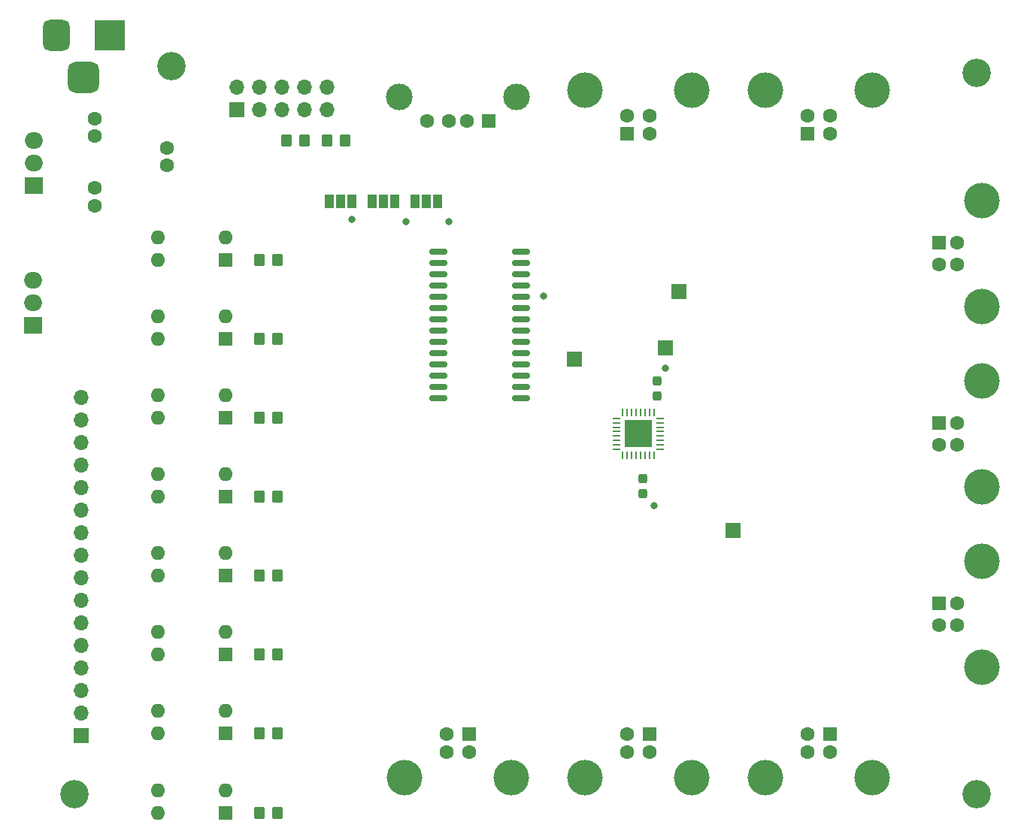
<source format=gbr>
%TF.GenerationSoftware,KiCad,Pcbnew,(6.0.4)*%
%TF.CreationDate,2022-11-01T18:45:11-05:00*%
%TF.ProjectId,RaspPi_RemoteClusterController,52617370-5069-45f5-9265-6d6f7465436c,rev?*%
%TF.SameCoordinates,Original*%
%TF.FileFunction,Soldermask,Top*%
%TF.FilePolarity,Negative*%
%FSLAX46Y46*%
G04 Gerber Fmt 4.6, Leading zero omitted, Abs format (unit mm)*
G04 Created by KiCad (PCBNEW (6.0.4)) date 2022-11-01 18:45:11*
%MOMM*%
%LPD*%
G01*
G04 APERTURE LIST*
G04 Aperture macros list*
%AMRoundRect*
0 Rectangle with rounded corners*
0 $1 Rounding radius*
0 $2 $3 $4 $5 $6 $7 $8 $9 X,Y pos of 4 corners*
0 Add a 4 corners polygon primitive as box body*
4,1,4,$2,$3,$4,$5,$6,$7,$8,$9,$2,$3,0*
0 Add four circle primitives for the rounded corners*
1,1,$1+$1,$2,$3*
1,1,$1+$1,$4,$5*
1,1,$1+$1,$6,$7*
1,1,$1+$1,$8,$9*
0 Add four rect primitives between the rounded corners*
20,1,$1+$1,$2,$3,$4,$5,0*
20,1,$1+$1,$4,$5,$6,$7,0*
20,1,$1+$1,$6,$7,$8,$9,0*
20,1,$1+$1,$8,$9,$2,$3,0*%
%AMFreePoly0*
4,1,14,0.340806,0.106694,0.394194,0.053306,0.412500,0.009112,0.412500,-0.062500,0.394194,-0.106694,0.350000,-0.125000,-0.350000,-0.125000,-0.394194,-0.106694,-0.412500,-0.062500,-0.412500,0.062500,-0.394194,0.106694,-0.350000,0.125000,0.296612,0.125000,0.340806,0.106694,0.340806,0.106694,$1*%
%AMFreePoly1*
4,1,14,0.394194,0.106694,0.412500,0.062500,0.412500,-0.009112,0.394194,-0.053306,0.340806,-0.106694,0.296612,-0.125000,-0.350000,-0.125000,-0.394194,-0.106694,-0.412500,-0.062500,-0.412500,0.062500,-0.394194,0.106694,-0.350000,0.125000,0.350000,0.125000,0.394194,0.106694,0.394194,0.106694,$1*%
%AMFreePoly2*
4,1,14,0.106694,0.394194,0.125000,0.350000,0.125000,-0.350000,0.106694,-0.394194,0.062500,-0.412500,-0.062500,-0.412500,-0.106694,-0.394194,-0.125000,-0.350000,-0.125000,0.296612,-0.106694,0.340806,-0.053306,0.394194,-0.009112,0.412500,0.062500,0.412500,0.106694,0.394194,0.106694,0.394194,$1*%
%AMFreePoly3*
4,1,14,0.053306,0.394194,0.106694,0.340806,0.125000,0.296612,0.125000,-0.350000,0.106694,-0.394194,0.062500,-0.412500,-0.062500,-0.412500,-0.106694,-0.394194,-0.125000,-0.350000,-0.125000,0.350000,-0.106694,0.394194,-0.062500,0.412500,0.009112,0.412500,0.053306,0.394194,0.053306,0.394194,$1*%
%AMFreePoly4*
4,1,14,0.394194,0.106694,0.412500,0.062500,0.412500,-0.062500,0.394194,-0.106694,0.350000,-0.125000,-0.296612,-0.125000,-0.340806,-0.106694,-0.394194,-0.053306,-0.412500,-0.009112,-0.412500,0.062500,-0.394194,0.106694,-0.350000,0.125000,0.350000,0.125000,0.394194,0.106694,0.394194,0.106694,$1*%
%AMFreePoly5*
4,1,14,0.394194,0.106694,0.412500,0.062500,0.412500,-0.062500,0.394194,-0.106694,0.350000,-0.125000,-0.350000,-0.125000,-0.394194,-0.106694,-0.412500,-0.062500,-0.412500,0.009112,-0.394194,0.053306,-0.340806,0.106694,-0.296612,0.125000,0.350000,0.125000,0.394194,0.106694,0.394194,0.106694,$1*%
%AMFreePoly6*
4,1,14,0.106694,0.394194,0.125000,0.350000,0.125000,-0.296612,0.106694,-0.340806,0.053306,-0.394194,0.009112,-0.412500,-0.062500,-0.412500,-0.106694,-0.394194,-0.125000,-0.350000,-0.125000,0.350000,-0.106694,0.394194,-0.062500,0.412500,0.062500,0.412500,0.106694,0.394194,0.106694,0.394194,$1*%
%AMFreePoly7*
4,1,14,0.106694,0.394194,0.125000,0.350000,0.125000,-0.350000,0.106694,-0.394194,0.062500,-0.412500,-0.009112,-0.412500,-0.053306,-0.394194,-0.106694,-0.340806,-0.125000,-0.296612,-0.125000,0.350000,-0.106694,0.394194,-0.062500,0.412500,0.062500,0.412500,0.106694,0.394194,0.106694,0.394194,$1*%
G04 Aperture macros list end*
%ADD10C,1.600000*%
%ADD11R,1.600000X1.600000*%
%ADD12C,4.000000*%
%ADD13O,1.600000X1.600000*%
%ADD14R,1.700000X1.700000*%
%ADD15RoundRect,0.250000X0.350000X0.450000X-0.350000X0.450000X-0.350000X-0.450000X0.350000X-0.450000X0*%
%ADD16C,3.200000*%
%ADD17RoundRect,0.237500X0.237500X-0.300000X0.237500X0.300000X-0.237500X0.300000X-0.237500X-0.300000X0*%
%ADD18O,1.700000X1.700000*%
%ADD19RoundRect,0.250000X-0.350000X-0.450000X0.350000X-0.450000X0.350000X0.450000X-0.350000X0.450000X0*%
%ADD20R,1.000000X1.500000*%
%ADD21R,2.000000X1.905000*%
%ADD22O,2.000000X1.905000*%
%ADD23R,1.600000X1.500000*%
%ADD24C,3.000000*%
%ADD25FreePoly0,270.000000*%
%ADD26RoundRect,0.062500X-0.062500X0.350000X-0.062500X-0.350000X0.062500X-0.350000X0.062500X0.350000X0*%
%ADD27FreePoly1,270.000000*%
%ADD28FreePoly2,270.000000*%
%ADD29RoundRect,0.062500X-0.350000X0.062500X-0.350000X-0.062500X0.350000X-0.062500X0.350000X0.062500X0*%
%ADD30FreePoly3,270.000000*%
%ADD31FreePoly4,270.000000*%
%ADD32FreePoly5,270.000000*%
%ADD33FreePoly6,270.000000*%
%ADD34FreePoly7,270.000000*%
%ADD35R,3.100000X3.100000*%
%ADD36RoundRect,0.237500X-0.237500X0.300000X-0.237500X-0.300000X0.237500X-0.300000X0.237500X0.300000X0*%
%ADD37RoundRect,0.150000X0.875000X0.150000X-0.875000X0.150000X-0.875000X-0.150000X0.875000X-0.150000X0*%
%ADD38R,3.500000X3.500000*%
%ADD39RoundRect,0.750000X-0.750000X-1.000000X0.750000X-1.000000X0.750000X1.000000X-0.750000X1.000000X0*%
%ADD40RoundRect,0.875000X-0.875000X-0.875000X0.875000X-0.875000X0.875000X0.875000X-0.875000X0.875000X0*%
%ADD41C,0.800000*%
G04 APERTURE END LIST*
D10*
%TO.C,C3*%
X117094000Y-61198000D03*
X117094000Y-59198000D03*
%TD*%
%TO.C,C2*%
X108966000Y-63754000D03*
X108966000Y-65754000D03*
%TD*%
%TO.C,C1*%
X108966000Y-55896000D03*
X108966000Y-57896000D03*
%TD*%
D11*
%TO.C,J11*%
X151110000Y-125292500D03*
D10*
X148610000Y-125292500D03*
X148610000Y-127292500D03*
X151110000Y-127292500D03*
D12*
X143860000Y-130152500D03*
X155860000Y-130152500D03*
%TD*%
D11*
%TO.C,J6*%
X204032500Y-69870000D03*
D10*
X204032500Y-72370000D03*
X206032500Y-72370000D03*
X206032500Y-69870000D03*
D12*
X208892500Y-65120000D03*
X208892500Y-77120000D03*
%TD*%
D11*
%TO.C,U11*%
X123688000Y-80772000D03*
D13*
X123688000Y-78232000D03*
X116068000Y-78232000D03*
X116068000Y-80772000D03*
%TD*%
D14*
%TO.C,JU1*%
X173228000Y-81788000D03*
%TD*%
%TO.C,JU4*%
X174752000Y-75438000D03*
%TD*%
D15*
%TO.C,R1*%
X137144000Y-58420000D03*
X135144000Y-58420000D03*
%TD*%
D16*
%TO.C,H2*%
X208280000Y-132080000D03*
%TD*%
D17*
%TO.C,C4*%
X172310000Y-87202500D03*
X172310000Y-85477500D03*
%TD*%
D14*
%TO.C,J2*%
X124973000Y-54926000D03*
D18*
X124973000Y-52386000D03*
X127513000Y-54926000D03*
X127513000Y-52386000D03*
X130053000Y-54926000D03*
X130053000Y-52386000D03*
X132593000Y-54926000D03*
X132593000Y-52386000D03*
X135133000Y-54926000D03*
X135133000Y-52386000D03*
%TD*%
D14*
%TO.C,JU2*%
X162990000Y-83058000D03*
%TD*%
D11*
%TO.C,U9*%
X123688000Y-98552000D03*
D13*
X123688000Y-96012000D03*
X116068000Y-96012000D03*
X116068000Y-98552000D03*
%TD*%
D11*
%TO.C,J9*%
X191750000Y-125292500D03*
D10*
X189250000Y-125292500D03*
X189250000Y-127292500D03*
X191750000Y-127292500D03*
D12*
X184500000Y-130152500D03*
X196500000Y-130152500D03*
%TD*%
D11*
%TO.C,J4*%
X168930000Y-57587500D03*
D10*
X171430000Y-57587500D03*
X171430000Y-55587500D03*
X168930000Y-55587500D03*
D12*
X176180000Y-52727500D03*
X164180000Y-52727500D03*
%TD*%
D19*
%TO.C,R2*%
X130572000Y-58420000D03*
X132572000Y-58420000D03*
%TD*%
D20*
%TO.C,JP1*%
X145004000Y-65278000D03*
X146304000Y-65278000D03*
X147604000Y-65278000D03*
%TD*%
D16*
%TO.C,H3*%
X117602000Y-50038000D03*
%TD*%
D21*
%TO.C,U2*%
X102037000Y-79248000D03*
D22*
X102037000Y-76708000D03*
X102037000Y-74168000D03*
%TD*%
D11*
%TO.C,U8*%
X123688000Y-107442000D03*
D13*
X123688000Y-104902000D03*
X116068000Y-104902000D03*
X116068000Y-107442000D03*
%TD*%
D15*
%TO.C,R8*%
X129524000Y-89662000D03*
X127524000Y-89662000D03*
%TD*%
D14*
%TO.C,JU3*%
X180848000Y-102362000D03*
%TD*%
D15*
%TO.C,R5*%
X129524000Y-116337000D03*
X127524000Y-116337000D03*
%TD*%
%TO.C,R6*%
X129524000Y-107442000D03*
X127524000Y-107442000D03*
%TD*%
D14*
%TO.C,J12*%
X107442000Y-125476000D03*
D18*
X107442000Y-122936000D03*
X107442000Y-120396000D03*
X107442000Y-117856000D03*
X107442000Y-115316000D03*
X107442000Y-112776000D03*
X107442000Y-110236000D03*
X107442000Y-107696000D03*
X107442000Y-105156000D03*
X107442000Y-102616000D03*
X107442000Y-100076000D03*
X107442000Y-97536000D03*
X107442000Y-94996000D03*
X107442000Y-92456000D03*
X107442000Y-89916000D03*
X107442000Y-87376000D03*
%TD*%
D20*
%TO.C,JP3*%
X135352000Y-65278000D03*
X136652000Y-65278000D03*
X137952000Y-65278000D03*
%TD*%
D11*
%TO.C,J7*%
X204032500Y-90190000D03*
D10*
X204032500Y-92690000D03*
X206032500Y-92690000D03*
X206032500Y-90190000D03*
D12*
X208892500Y-85440000D03*
X208892500Y-97440000D03*
%TD*%
D23*
%TO.C,J3*%
X153360000Y-56160000D03*
D10*
X150860000Y-56160000D03*
X148860000Y-56160000D03*
X146360000Y-56160000D03*
D24*
X156430000Y-53450000D03*
X143290000Y-53450000D03*
%TD*%
D15*
%TO.C,R3*%
X129524000Y-134158000D03*
X127524000Y-134158000D03*
%TD*%
D11*
%TO.C,J8*%
X204032500Y-110510000D03*
D10*
X204032500Y-113010000D03*
X206032500Y-113010000D03*
X206032500Y-110510000D03*
D12*
X208892500Y-105760000D03*
X208892500Y-117760000D03*
%TD*%
D11*
%TO.C,U6*%
X123688000Y-125222000D03*
D13*
X123688000Y-122682000D03*
X116068000Y-122682000D03*
X116068000Y-125222000D03*
%TD*%
D25*
%TO.C,U4*%
X171930000Y-89002500D03*
D26*
X171430000Y-89002500D03*
X170930000Y-89002500D03*
X170430000Y-89002500D03*
X169930000Y-89002500D03*
X169430000Y-89002500D03*
X168930000Y-89002500D03*
D27*
X168430000Y-89002500D03*
D28*
X167742500Y-89690000D03*
D29*
X167742500Y-90190000D03*
X167742500Y-90690000D03*
X167742500Y-91190000D03*
X167742500Y-91690000D03*
X167742500Y-92190000D03*
X167742500Y-92690000D03*
D30*
X167742500Y-93190000D03*
D31*
X168430000Y-93877500D03*
D26*
X168930000Y-93877500D03*
X169430000Y-93877500D03*
X169930000Y-93877500D03*
X170430000Y-93877500D03*
X170930000Y-93877500D03*
X171430000Y-93877500D03*
D32*
X171930000Y-93877500D03*
D33*
X172617500Y-93190000D03*
D29*
X172617500Y-92690000D03*
X172617500Y-92190000D03*
X172617500Y-91690000D03*
X172617500Y-91190000D03*
X172617500Y-90690000D03*
X172617500Y-90190000D03*
D34*
X172617500Y-89690000D03*
D35*
X170180000Y-91440000D03*
%TD*%
D11*
%TO.C,U7*%
X123688000Y-116337000D03*
D13*
X123688000Y-113797000D03*
X116068000Y-113797000D03*
X116068000Y-116337000D03*
%TD*%
D16*
%TO.C,H4*%
X106680000Y-132080000D03*
%TD*%
D20*
%TO.C,JP2*%
X140178000Y-65278000D03*
X141478000Y-65278000D03*
X142778000Y-65278000D03*
%TD*%
D16*
%TO.C,H1*%
X208280000Y-50800000D03*
%TD*%
D11*
%TO.C,J5*%
X189250000Y-57587500D03*
D10*
X191750000Y-57587500D03*
X191750000Y-55587500D03*
X189250000Y-55587500D03*
D12*
X184500000Y-52727500D03*
X196500000Y-52727500D03*
%TD*%
D36*
%TO.C,C5*%
X170710000Y-96470000D03*
X170710000Y-98195000D03*
%TD*%
D11*
%TO.C,U12*%
X123688000Y-71882000D03*
D13*
X123688000Y-69342000D03*
X116068000Y-69342000D03*
X116068000Y-71882000D03*
%TD*%
D11*
%TO.C,U5*%
X123688000Y-134158000D03*
D13*
X123688000Y-131618000D03*
X116068000Y-131618000D03*
X116068000Y-134158000D03*
%TD*%
D11*
%TO.C,U10*%
X123688000Y-89662000D03*
D13*
X123688000Y-87122000D03*
X116068000Y-87122000D03*
X116068000Y-89662000D03*
%TD*%
D15*
%TO.C,R10*%
X129524000Y-71882000D03*
X127524000Y-71882000D03*
%TD*%
%TO.C,R9*%
X129524000Y-80772000D03*
X127524000Y-80772000D03*
%TD*%
%TO.C,R4*%
X129524000Y-125222000D03*
X127524000Y-125222000D03*
%TD*%
D37*
%TO.C,U3*%
X156970000Y-87405000D03*
X156970000Y-86135000D03*
X156970000Y-84865000D03*
X156970000Y-83595000D03*
X156970000Y-82325000D03*
X156970000Y-81055000D03*
X156970000Y-79785000D03*
X156970000Y-78515000D03*
X156970000Y-77245000D03*
X156970000Y-75975000D03*
X156970000Y-74705000D03*
X156970000Y-73435000D03*
X156970000Y-72165000D03*
X156970000Y-70895000D03*
X147670000Y-70895000D03*
X147670000Y-72165000D03*
X147670000Y-73435000D03*
X147670000Y-74705000D03*
X147670000Y-75975000D03*
X147670000Y-77245000D03*
X147670000Y-78515000D03*
X147670000Y-79785000D03*
X147670000Y-81055000D03*
X147670000Y-82325000D03*
X147670000Y-83595000D03*
X147670000Y-84865000D03*
X147670000Y-86135000D03*
X147670000Y-87405000D03*
%TD*%
D38*
%TO.C,J1*%
X110648000Y-46540500D03*
D39*
X104648000Y-46540500D03*
D40*
X107648000Y-51240500D03*
%TD*%
D15*
%TO.C,R7*%
X129524000Y-98552000D03*
X127524000Y-98552000D03*
%TD*%
D11*
%TO.C,J10*%
X171430000Y-125292500D03*
D10*
X168930000Y-125292500D03*
X168930000Y-127292500D03*
X171430000Y-127292500D03*
D12*
X176180000Y-130152500D03*
X164180000Y-130152500D03*
%TD*%
D21*
%TO.C,U1*%
X102108000Y-63500000D03*
D22*
X102108000Y-60960000D03*
X102108000Y-58420000D03*
%TD*%
D41*
X148844000Y-67564000D03*
X173228000Y-84074000D03*
X159512000Y-75946000D03*
X170170000Y-91450000D03*
X137922000Y-67310000D03*
X144018000Y-67564000D03*
X171958000Y-99568000D03*
M02*

</source>
